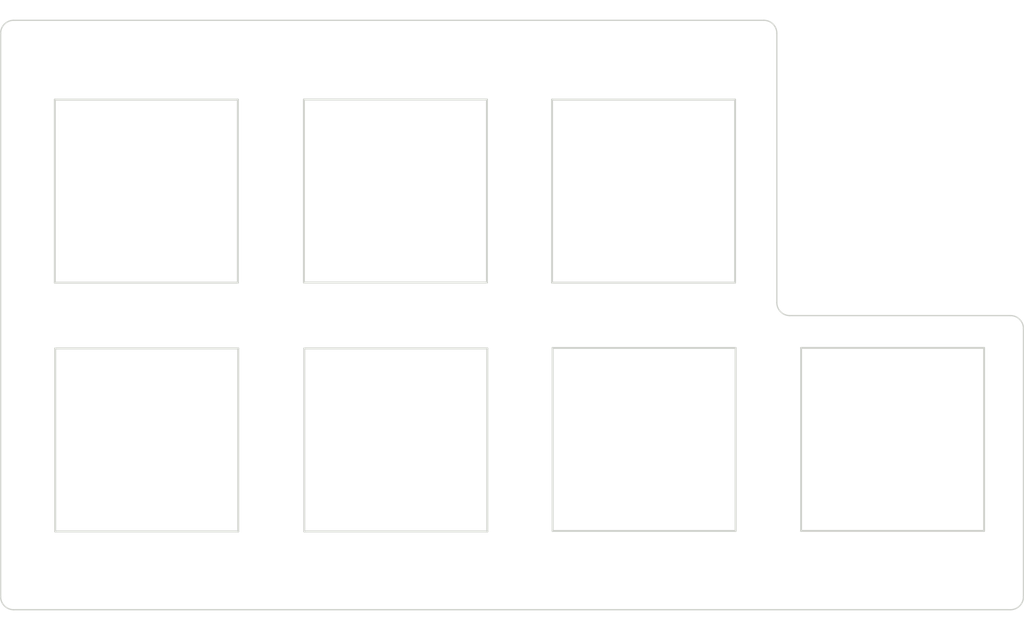
<source format=kicad_pcb>
(kicad_pcb (version 20240108) (generator "pcbnew") (generator_version "8.0")
  (layers (0 "F.Cu" signal) (31 "B.Cu" signal) (34 "B.Paste" user) (35 "F.Paste" user) (36 "B.SilkS" user "B.Silkscreen") (37 "F.SilkS" user "F.Silkscreen") (38 "B.Mask" user) (39 "F.Mask" user) (44 "Edge.Cuts" user))
  (net 0 "")
  (footprint "kbd_SW_Hole:SW_Hole_1u" (layer "F.Cu") (at 80.613 73.152)
    (property "Reference" "SW2" (hide yes))
    (property "Value" "SW_Push" (hide yes))
    (fp_line (start -7.05 -7.05) (end 7.05 -7.05) (stroke (width 0.15)) (layer "Edge.Cuts"))
    (fp_line (start -7.05 7.05) (end -7.05 -7.05) (stroke (width 0.15)) (layer "Edge.Cuts"))
    (fp_line (start 7.05 -7.05) (end 7.05 7.05) (stroke (width 0.15)) (layer "Edge.Cuts"))
    (fp_line (start 7.05 7.05) (end -7.05 7.05) (stroke (width 0.15)) (layer "Edge.Cuts"))
  )
  (footprint "kbd_Hole:m2_Screw_Hole" (layer "F.Cu") (at 107.442 62.484)
    (property "Reference" "Ref**")
    (property "Value" "Val**")
    (pad "" np_thru_hole circle (at 0 0) (size 2.2 2.2) (drill 2.2) (layers "*.Cu" "*.Mask"))
  )
  (footprint "kbd_SW_Hole:SW_Hole_1u" (layer "F.Cu") (at 118.919 92.2882)
    (property "Reference" "SW4" (hide yes))
    (property "Value" "SW_Push" (hide yes))
    (fp_line (start -7.05 -7.05) (end 7.05 -7.05) (stroke (width 0.15)) (layer "Edge.Cuts"))
    (fp_line (start -7.05 7.05) (end -7.05 -7.05) (stroke (width 0.15)) (layer "Edge.Cuts"))
    (fp_line (start 7.05 -7.05) (end 7.05 7.05) (stroke (width 0.15)) (layer "Edge.Cuts"))
    (fp_line (start 7.05 7.05) (end -7.05 7.05) (stroke (width 0.15)) (layer "Edge.Cuts"))
  )
  (footprint "kbd_SW_Hole:SW_Hole_1u" (layer "F.Cu") (at 61.455 92.329)
    (property "Reference" "SW5" (hide yes))
    (property "Value" "SW_Push" (hide yes))
    (fp_line (start -7.05 -7.05) (end 7.05 -7.05) (stroke (width 0.15)) (layer "Edge.Cuts"))
    (fp_line (start -7.05 7.05) (end -7.05 -7.05) (stroke (width 0.15)) (layer "Edge.Cuts"))
    (fp_line (start 7.05 -7.05) (end 7.05 7.05) (stroke (width 0.15)) (layer "Edge.Cuts"))
    (fp_line (start 7.05 7.05) (end -7.05 7.05) (stroke (width 0.15)) (layer "Edge.Cuts"))
  )
  (footprint "kbd_Hole:m2_Screw_Hole" (layer "F.Cu") (at 52.705 62.484)
    (property "Reference" "Ref**")
    (property "Value" "Val**")
    (pad "" np_thru_hole circle (at 0 0) (size 2.2 2.2) (drill 2.2) (layers "*.Cu" "*.Mask"))
  )
  (footprint "kbd_SW_Hole:SW_Hole_1u" (layer "F.Cu") (at 80.645 92.329)
    (property "Reference" "SW6" (hide yes))
    (property "Value" "SW_Push" (hide yes))
    (fp_line (start -7.05 -7.05) (end 7.05 -7.05) (stroke (width 0.15)) (layer "Edge.Cuts"))
    (fp_line (start -7.05 7.05) (end -7.05 -7.05) (stroke (width 0.15)) (layer "Edge.Cuts"))
    (fp_line (start 7.05 -7.05) (end 7.05 7.05) (stroke (width 0.15)) (layer "Edge.Cuts"))
    (fp_line (start 7.05 7.05) (end -7.05 7.05) (stroke (width 0.15)) (layer "Edge.Cuts"))
  )
  (footprint "kbd_SW_Hole:SW_Hole_1u" (layer "F.Cu") (at 61.424 73.161)
    (property "Reference" "SW1" (hide yes))
    (property "Value" "SW_Push" (hide yes))
    (fp_line (start -7.05 -7.05) (end 7.05 -7.05) (stroke (width 0.15)) (layer "Edge.Cuts"))
    (fp_line (start -7.05 7.05) (end -7.05 -7.05) (stroke (width 0.15)) (layer "Edge.Cuts"))
    (fp_line (start 7.05 -7.05) (end 7.05 7.05) (stroke (width 0.15)) (layer "Edge.Cuts"))
    (fp_line (start 7.05 7.05) (end -7.05 7.05) (stroke (width 0.15)) (layer "Edge.Cuts"))
  )
  (footprint "kbd_SW_Hole:SW_Hole_1u" (layer "F.Cu") (at 99.734 73.161)
    (property "Reference" "SW3" (hide yes))
    (property "Value" "SW_Push" (hide yes))
    (fp_line (start -7.05 -7.05) (end 7.05 -7.05) (stroke (width 0.15)) (layer "Edge.Cuts"))
    (fp_line (start -7.05 7.05) (end -7.05 -7.05) (stroke (width 0.15)) (layer "Edge.Cuts"))
    (fp_line (start 7.05 -7.05) (end 7.05 7.05) (stroke (width 0.15)) (layer "Edge.Cuts"))
    (fp_line (start 7.05 7.05) (end -7.05 7.05) (stroke (width 0.15)) (layer "Edge.Cuts"))
  )
  (footprint "kbd_Hole:m2_Screw_Hole" (layer "F.Cu") (at 109.347 102.87)
    (property "Reference" "Ref**")
    (property "Value" "Val**")
    (pad "" np_thru_hole circle (at 0 0) (size 2.2 2.2) (drill 2.2) (layers "*.Cu" "*.Mask"))
  )
  (footprint "kbd_SW_Hole:SW_Hole_1u" (layer "F.Cu") (at 99.775 92.291)
    (property "Reference" "SW7" (hide yes))
    (property "Value" "SW_Push" (hide yes))
    (fp_line (start -7.05 -7.05) (end 7.05 -7.05) (stroke (width 0.15)) (layer "Edge.Cuts"))
    (fp_line (start -7.05 7.05) (end -7.05 -7.05) (stroke (width 0.15)) (layer "Edge.Cuts"))
    (fp_line (start 7.05 -7.05) (end 7.05 7.05) (stroke (width 0.15)) (layer "Edge.Cuts"))
    (fp_line (start 7.05 7.05) (end -7.05 7.05) (stroke (width 0.15)) (layer "Edge.Cuts"))
  )
  (footprint "kbd_Hole:m2_Screw_Hole" (layer "F.Cu") (at 53.34 102.87)
    (property "Reference" "Ref**")
    (property "Value" "Val**")
    (pad "" np_thru_hole circle (at 0 0) (size 2.2 2.2) (drill 2.2) (layers "*.Cu" "*.Mask"))
  )
  (gr_arc (start 51.200001 105.41) (mid 50.492894 105.117107) (end 50.200001 104.41) (stroke (width 0.1)) (layer "Edge.Cuts"))
  (gr_arc (start 109 60) (mid 109.707107 60.292893) (end 110 61) (stroke (width 0.1)) (layer "Edge.Cuts"))
  (gr_arc (start 127.999999 82.75) (mid 128.707106 83.042893) (end 128.999999 83.75) (stroke (width 0.1)) (layer "Edge.Cuts"))
  (gr_line (start 127.999999 82.75) (end 111 82.75) (stroke (width 0.1)) (layer "Edge.Cuts"))
  (gr_line (start 50.200001 104.41) (end 50.200001 61.000001) (stroke (width 0.1)) (layer "Edge.Cuts"))
  (gr_line (start 51.200001 60.000001) (end 109 60) (stroke (width 0.1)) (layer "Edge.Cuts"))
  (gr_line (start 128 105.410001) (end 51.200001 105.41) (stroke (width 0.1)) (layer "Edge.Cuts"))
  (gr_arc (start 111 82.75) (mid 110.292893 82.457107) (end 110 81.75) (stroke (width 0.1)) (layer "Edge.Cuts"))
  (gr_arc (start 129 104.410001) (mid 128.707109 105.117112) (end 128 105.410001) (stroke (width 0.1)) (layer "Edge.Cuts"))
  (gr_line (start 128.999999 83.75) (end 129 104.410001) (stroke (width 0.1)) (layer "Edge.Cuts"))
  (gr_arc (start 50.200001 61.000001) (mid 50.492894 60.292894) (end 51.200001 60.000001) (stroke (width 0.1)) (layer "Edge.Cuts"))
  (gr_line (start 110 61) (end 110 81.75) (stroke (width 0.1)) (layer "Edge.Cuts"))
)
</source>
